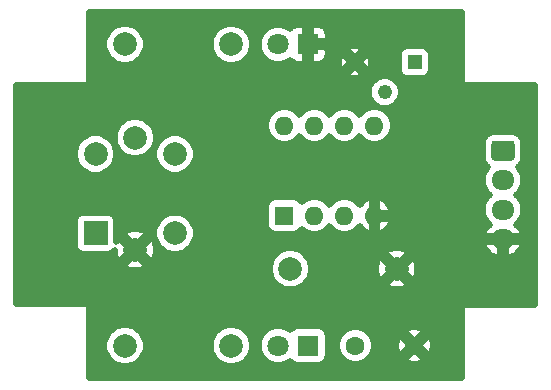
<source format=gbr>
G04 #@! TF.GenerationSoftware,KiCad,Pcbnew,5.1.10-88a1d61d58~90~ubuntu20.04.1*
G04 #@! TF.CreationDate,2022-01-16T12:27:32+00:00*
G04 #@! TF.ProjectId,gas_sensor,6761735f-7365-46e7-936f-722e6b696361,rev?*
G04 #@! TF.SameCoordinates,Original*
G04 #@! TF.FileFunction,Copper,L2,Bot*
G04 #@! TF.FilePolarity,Positive*
%FSLAX46Y46*%
G04 Gerber Fmt 4.6, Leading zero omitted, Abs format (unit mm)*
G04 Created by KiCad (PCBNEW 5.1.10-88a1d61d58~90~ubuntu20.04.1) date 2022-01-16 12:27:32*
%MOMM*%
%LPD*%
G01*
G04 APERTURE LIST*
G04 #@! TA.AperFunction,ComponentPad*
%ADD10C,2.000000*%
G04 #@! TD*
G04 #@! TA.AperFunction,ComponentPad*
%ADD11R,2.000000X2.000000*%
G04 #@! TD*
G04 #@! TA.AperFunction,ComponentPad*
%ADD12O,1.600000X1.600000*%
G04 #@! TD*
G04 #@! TA.AperFunction,ComponentPad*
%ADD13R,1.600000X1.600000*%
G04 #@! TD*
G04 #@! TA.AperFunction,ComponentPad*
%ADD14C,1.222000*%
G04 #@! TD*
G04 #@! TA.AperFunction,ComponentPad*
%ADD15R,1.222000X1.222000*%
G04 #@! TD*
G04 #@! TA.AperFunction,ComponentPad*
%ADD16O,1.950000X1.700000*%
G04 #@! TD*
G04 #@! TA.AperFunction,ComponentPad*
%ADD17R,1.800000X1.800000*%
G04 #@! TD*
G04 #@! TA.AperFunction,ComponentPad*
%ADD18C,1.800000*%
G04 #@! TD*
G04 #@! TA.AperFunction,ComponentPad*
%ADD19C,1.600000*%
G04 #@! TD*
G04 #@! TA.AperFunction,Conductor*
%ADD20C,0.500000*%
G04 #@! TD*
G04 #@! TA.AperFunction,Conductor*
%ADD21C,0.100000*%
G04 #@! TD*
G04 APERTURE END LIST*
D10*
X131500000Y-99780000D03*
X138220000Y-99780000D03*
X138220000Y-106500000D03*
D11*
X131500000Y-106500000D03*
D10*
X134860000Y-98390000D03*
X134860000Y-107890000D03*
D12*
X147500000Y-97380000D03*
X155120000Y-105000000D03*
X150040000Y-97380000D03*
X152580000Y-105000000D03*
X152580000Y-97380000D03*
X150040000Y-105000000D03*
X155120000Y-97380000D03*
D13*
X147500000Y-105000000D03*
D14*
X153460000Y-92000000D03*
X156000000Y-94540000D03*
D15*
X158540000Y-92000000D03*
D10*
X134000000Y-90500000D03*
X143000000Y-90500000D03*
X143000000Y-116000000D03*
X134000000Y-116000000D03*
X148000000Y-109500000D03*
X157000000Y-109500000D03*
D16*
X166000000Y-107000000D03*
X166000000Y-104500000D03*
X166000000Y-102000000D03*
G04 #@! TA.AperFunction,ComponentPad*
G36*
G01*
X165275000Y-98650000D02*
X166725000Y-98650000D01*
G75*
G02*
X166975000Y-98900000I0J-250000D01*
G01*
X166975000Y-100100000D01*
G75*
G02*
X166725000Y-100350000I-250000J0D01*
G01*
X165275000Y-100350000D01*
G75*
G02*
X165025000Y-100100000I0J250000D01*
G01*
X165025000Y-98900000D01*
G75*
G02*
X165275000Y-98650000I250000J0D01*
G01*
G37*
G04 #@! TD.AperFunction*
D17*
X149500000Y-90500000D03*
D18*
X146960000Y-90500000D03*
X146960000Y-116000000D03*
D17*
X149500000Y-116000000D03*
D19*
X158500000Y-116000000D03*
X153500000Y-116000000D03*
D20*
X162564000Y-93726000D02*
X162568804Y-93774773D01*
X162583030Y-93821671D01*
X162606133Y-93864893D01*
X162637223Y-93902777D01*
X162675107Y-93933867D01*
X162718329Y-93956970D01*
X162765227Y-93971196D01*
X162814000Y-93976000D01*
X168725001Y-93976000D01*
X168725000Y-112526000D01*
X162814000Y-112526000D01*
X162765227Y-112530804D01*
X162718329Y-112545030D01*
X162675107Y-112568133D01*
X162637223Y-112599223D01*
X162606133Y-112637107D01*
X162583030Y-112680329D01*
X162568804Y-112727227D01*
X162564000Y-112776000D01*
X162564000Y-118725000D01*
X130933000Y-118725000D01*
X130933000Y-115827640D01*
X132250000Y-115827640D01*
X132250000Y-116172360D01*
X132317251Y-116510456D01*
X132449170Y-116828936D01*
X132640686Y-117115560D01*
X132884440Y-117359314D01*
X133171064Y-117550830D01*
X133489544Y-117682749D01*
X133827640Y-117750000D01*
X134172360Y-117750000D01*
X134510456Y-117682749D01*
X134828936Y-117550830D01*
X135115560Y-117359314D01*
X135359314Y-117115560D01*
X135550830Y-116828936D01*
X135682749Y-116510456D01*
X135750000Y-116172360D01*
X135750000Y-115827640D01*
X141250000Y-115827640D01*
X141250000Y-116172360D01*
X141317251Y-116510456D01*
X141449170Y-116828936D01*
X141640686Y-117115560D01*
X141884440Y-117359314D01*
X142171064Y-117550830D01*
X142489544Y-117682749D01*
X142827640Y-117750000D01*
X143172360Y-117750000D01*
X143510456Y-117682749D01*
X143828936Y-117550830D01*
X144115560Y-117359314D01*
X144359314Y-117115560D01*
X144550830Y-116828936D01*
X144682749Y-116510456D01*
X144750000Y-116172360D01*
X144750000Y-115837489D01*
X145310000Y-115837489D01*
X145310000Y-116162511D01*
X145373408Y-116481287D01*
X145497789Y-116781568D01*
X145678361Y-117051814D01*
X145908186Y-117281639D01*
X146178432Y-117462211D01*
X146478713Y-117586592D01*
X146797489Y-117650000D01*
X147122511Y-117650000D01*
X147441287Y-117586592D01*
X147741568Y-117462211D01*
X147968901Y-117310312D01*
X147973381Y-117318693D01*
X148067105Y-117432895D01*
X148181307Y-117526619D01*
X148311599Y-117596261D01*
X148452974Y-117639147D01*
X148600000Y-117653628D01*
X150400000Y-117653628D01*
X150547026Y-117639147D01*
X150688401Y-117596261D01*
X150818693Y-117526619D01*
X150932895Y-117432895D01*
X151026619Y-117318693D01*
X151096261Y-117188401D01*
X151139147Y-117047026D01*
X151153628Y-116900000D01*
X151153628Y-115847338D01*
X151950000Y-115847338D01*
X151950000Y-116152662D01*
X152009565Y-116452118D01*
X152126408Y-116734200D01*
X152296036Y-116988068D01*
X152511932Y-117203964D01*
X152765800Y-117373592D01*
X153047882Y-117490435D01*
X153347338Y-117550000D01*
X153652662Y-117550000D01*
X153952118Y-117490435D01*
X154234200Y-117373592D01*
X154488068Y-117203964D01*
X154562785Y-117129247D01*
X157724306Y-117129247D01*
X157798649Y-117390653D01*
X158083429Y-117500758D01*
X158384216Y-117553190D01*
X158689454Y-117545935D01*
X158987411Y-117479270D01*
X159201351Y-117390653D01*
X159275694Y-117129247D01*
X158500000Y-116353553D01*
X157724306Y-117129247D01*
X154562785Y-117129247D01*
X154703964Y-116988068D01*
X154873592Y-116734200D01*
X154990435Y-116452118D01*
X155050000Y-116152662D01*
X155050000Y-115884216D01*
X156946810Y-115884216D01*
X156954065Y-116189454D01*
X157020730Y-116487411D01*
X157109347Y-116701351D01*
X157370753Y-116775694D01*
X158146447Y-116000000D01*
X158853553Y-116000000D01*
X159629247Y-116775694D01*
X159890653Y-116701351D01*
X160000758Y-116416571D01*
X160053190Y-116115784D01*
X160045935Y-115810546D01*
X159979270Y-115512589D01*
X159890653Y-115298649D01*
X159629247Y-115224306D01*
X158853553Y-116000000D01*
X158146447Y-116000000D01*
X157370753Y-115224306D01*
X157109347Y-115298649D01*
X156999242Y-115583429D01*
X156946810Y-115884216D01*
X155050000Y-115884216D01*
X155050000Y-115847338D01*
X154990435Y-115547882D01*
X154873592Y-115265800D01*
X154703964Y-115011932D01*
X154562785Y-114870753D01*
X157724306Y-114870753D01*
X158500000Y-115646447D01*
X159275694Y-114870753D01*
X159201351Y-114609347D01*
X158916571Y-114499242D01*
X158615784Y-114446810D01*
X158310546Y-114454065D01*
X158012589Y-114520730D01*
X157798649Y-114609347D01*
X157724306Y-114870753D01*
X154562785Y-114870753D01*
X154488068Y-114796036D01*
X154234200Y-114626408D01*
X153952118Y-114509565D01*
X153652662Y-114450000D01*
X153347338Y-114450000D01*
X153047882Y-114509565D01*
X152765800Y-114626408D01*
X152511932Y-114796036D01*
X152296036Y-115011932D01*
X152126408Y-115265800D01*
X152009565Y-115547882D01*
X151950000Y-115847338D01*
X151153628Y-115847338D01*
X151153628Y-115100000D01*
X151139147Y-114952974D01*
X151096261Y-114811599D01*
X151026619Y-114681307D01*
X150932895Y-114567105D01*
X150818693Y-114473381D01*
X150688401Y-114403739D01*
X150547026Y-114360853D01*
X150400000Y-114346372D01*
X148600000Y-114346372D01*
X148452974Y-114360853D01*
X148311599Y-114403739D01*
X148181307Y-114473381D01*
X148067105Y-114567105D01*
X147973381Y-114681307D01*
X147968901Y-114689688D01*
X147741568Y-114537789D01*
X147441287Y-114413408D01*
X147122511Y-114350000D01*
X146797489Y-114350000D01*
X146478713Y-114413408D01*
X146178432Y-114537789D01*
X145908186Y-114718361D01*
X145678361Y-114948186D01*
X145497789Y-115218432D01*
X145373408Y-115518713D01*
X145310000Y-115837489D01*
X144750000Y-115837489D01*
X144750000Y-115827640D01*
X144682749Y-115489544D01*
X144550830Y-115171064D01*
X144359314Y-114884440D01*
X144115560Y-114640686D01*
X143828936Y-114449170D01*
X143510456Y-114317251D01*
X143172360Y-114250000D01*
X142827640Y-114250000D01*
X142489544Y-114317251D01*
X142171064Y-114449170D01*
X141884440Y-114640686D01*
X141640686Y-114884440D01*
X141449170Y-115171064D01*
X141317251Y-115489544D01*
X141250000Y-115827640D01*
X135750000Y-115827640D01*
X135682749Y-115489544D01*
X135550830Y-115171064D01*
X135359314Y-114884440D01*
X135115560Y-114640686D01*
X134828936Y-114449170D01*
X134510456Y-114317251D01*
X134172360Y-114250000D01*
X133827640Y-114250000D01*
X133489544Y-114317251D01*
X133171064Y-114449170D01*
X132884440Y-114640686D01*
X132640686Y-114884440D01*
X132449170Y-115171064D01*
X132317251Y-115489544D01*
X132250000Y-115827640D01*
X130933000Y-115827640D01*
X130933000Y-112746457D01*
X130928196Y-112697684D01*
X130913970Y-112650786D01*
X130890867Y-112607564D01*
X130859777Y-112569680D01*
X130821893Y-112538590D01*
X130778671Y-112515487D01*
X130731773Y-112501261D01*
X130683000Y-112496457D01*
X124775000Y-112496457D01*
X124775000Y-109163463D01*
X133940091Y-109163463D01*
X134039152Y-109445127D01*
X134358313Y-109575385D01*
X134696755Y-109640875D01*
X135041470Y-109639080D01*
X135379212Y-109570068D01*
X135680848Y-109445127D01*
X135722168Y-109327640D01*
X146250000Y-109327640D01*
X146250000Y-109672360D01*
X146317251Y-110010456D01*
X146449170Y-110328936D01*
X146640686Y-110615560D01*
X146884440Y-110859314D01*
X147171064Y-111050830D01*
X147489544Y-111182749D01*
X147827640Y-111250000D01*
X148172360Y-111250000D01*
X148510456Y-111182749D01*
X148828936Y-111050830D01*
X149115560Y-110859314D01*
X149201411Y-110773463D01*
X156080091Y-110773463D01*
X156179152Y-111055127D01*
X156498313Y-111185385D01*
X156836755Y-111250875D01*
X157181470Y-111249080D01*
X157519212Y-111180068D01*
X157820848Y-111055127D01*
X157919909Y-110773463D01*
X157000000Y-109853553D01*
X156080091Y-110773463D01*
X149201411Y-110773463D01*
X149359314Y-110615560D01*
X149550830Y-110328936D01*
X149682749Y-110010456D01*
X149750000Y-109672360D01*
X149750000Y-109336755D01*
X155249125Y-109336755D01*
X155250920Y-109681470D01*
X155319932Y-110019212D01*
X155444873Y-110320848D01*
X155726537Y-110419909D01*
X156646447Y-109500000D01*
X157353553Y-109500000D01*
X158273463Y-110419909D01*
X158555127Y-110320848D01*
X158685385Y-110001687D01*
X158750875Y-109663245D01*
X158749080Y-109318530D01*
X158680068Y-108980788D01*
X158555127Y-108679152D01*
X158273463Y-108580091D01*
X157353553Y-109500000D01*
X156646447Y-109500000D01*
X155726537Y-108580091D01*
X155444873Y-108679152D01*
X155314615Y-108998313D01*
X155249125Y-109336755D01*
X149750000Y-109336755D01*
X149750000Y-109327640D01*
X149682749Y-108989544D01*
X149550830Y-108671064D01*
X149359314Y-108384440D01*
X149201411Y-108226537D01*
X156080091Y-108226537D01*
X157000000Y-109146447D01*
X157919909Y-108226537D01*
X157820848Y-107944873D01*
X157501687Y-107814615D01*
X157163245Y-107749125D01*
X156818530Y-107750920D01*
X156480788Y-107819932D01*
X156179152Y-107944873D01*
X156080091Y-108226537D01*
X149201411Y-108226537D01*
X149115560Y-108140686D01*
X148828936Y-107949170D01*
X148510456Y-107817251D01*
X148172360Y-107750000D01*
X147827640Y-107750000D01*
X147489544Y-107817251D01*
X147171064Y-107949170D01*
X146884440Y-108140686D01*
X146640686Y-108384440D01*
X146449170Y-108671064D01*
X146317251Y-108989544D01*
X146250000Y-109327640D01*
X135722168Y-109327640D01*
X135779909Y-109163463D01*
X134860000Y-108243553D01*
X133940091Y-109163463D01*
X124775000Y-109163463D01*
X124775000Y-105500000D01*
X129746372Y-105500000D01*
X129746372Y-107500000D01*
X129760853Y-107647026D01*
X129803739Y-107788401D01*
X129873381Y-107918693D01*
X129967105Y-108032895D01*
X130081307Y-108126619D01*
X130211599Y-108196261D01*
X130352974Y-108239147D01*
X130500000Y-108253628D01*
X132500000Y-108253628D01*
X132647026Y-108239147D01*
X132788401Y-108196261D01*
X132918693Y-108126619D01*
X133032895Y-108032895D01*
X133110228Y-107938665D01*
X133110920Y-108071470D01*
X133179932Y-108409212D01*
X133304873Y-108710848D01*
X133586537Y-108809909D01*
X134506447Y-107890000D01*
X135213553Y-107890000D01*
X136133463Y-108809909D01*
X136415127Y-108710848D01*
X136545385Y-108391687D01*
X136610875Y-108053245D01*
X136609080Y-107708530D01*
X136540068Y-107370788D01*
X136415127Y-107069152D01*
X136133463Y-106970091D01*
X135213553Y-107890000D01*
X134506447Y-107890000D01*
X133586537Y-106970091D01*
X133304873Y-107069152D01*
X133253628Y-107194714D01*
X133253628Y-106616537D01*
X133940091Y-106616537D01*
X134860000Y-107536447D01*
X135779909Y-106616537D01*
X135680848Y-106334873D01*
X135663126Y-106327640D01*
X136470000Y-106327640D01*
X136470000Y-106672360D01*
X136537251Y-107010456D01*
X136669170Y-107328936D01*
X136860686Y-107615560D01*
X137104440Y-107859314D01*
X137391064Y-108050830D01*
X137709544Y-108182749D01*
X138047640Y-108250000D01*
X138392360Y-108250000D01*
X138730456Y-108182749D01*
X139048936Y-108050830D01*
X139335560Y-107859314D01*
X139579314Y-107615560D01*
X139660442Y-107494143D01*
X164353217Y-107494143D01*
X164378529Y-107552238D01*
X164515020Y-107833574D01*
X164703774Y-108082876D01*
X164937537Y-108290564D01*
X165207327Y-108448656D01*
X165502775Y-108551077D01*
X165750000Y-108402709D01*
X165750000Y-107250000D01*
X166250000Y-107250000D01*
X166250000Y-108402709D01*
X166497225Y-108551077D01*
X166792673Y-108448656D01*
X167062463Y-108290564D01*
X167296226Y-108082876D01*
X167484980Y-107833574D01*
X167621471Y-107552238D01*
X167646783Y-107494143D01*
X167515200Y-107250000D01*
X166250000Y-107250000D01*
X165750000Y-107250000D01*
X164484800Y-107250000D01*
X164353217Y-107494143D01*
X139660442Y-107494143D01*
X139770830Y-107328936D01*
X139902749Y-107010456D01*
X139970000Y-106672360D01*
X139970000Y-106327640D01*
X139902749Y-105989544D01*
X139770830Y-105671064D01*
X139579314Y-105384440D01*
X139335560Y-105140686D01*
X139048936Y-104949170D01*
X138730456Y-104817251D01*
X138392360Y-104750000D01*
X138047640Y-104750000D01*
X137709544Y-104817251D01*
X137391064Y-104949170D01*
X137104440Y-105140686D01*
X136860686Y-105384440D01*
X136669170Y-105671064D01*
X136537251Y-105989544D01*
X136470000Y-106327640D01*
X135663126Y-106327640D01*
X135361687Y-106204615D01*
X135023245Y-106139125D01*
X134678530Y-106140920D01*
X134340788Y-106209932D01*
X134039152Y-106334873D01*
X133940091Y-106616537D01*
X133253628Y-106616537D01*
X133253628Y-105500000D01*
X133239147Y-105352974D01*
X133196261Y-105211599D01*
X133126619Y-105081307D01*
X133032895Y-104967105D01*
X132918693Y-104873381D01*
X132788401Y-104803739D01*
X132647026Y-104760853D01*
X132500000Y-104746372D01*
X130500000Y-104746372D01*
X130352974Y-104760853D01*
X130211599Y-104803739D01*
X130081307Y-104873381D01*
X129967105Y-104967105D01*
X129873381Y-105081307D01*
X129803739Y-105211599D01*
X129760853Y-105352974D01*
X129746372Y-105500000D01*
X124775000Y-105500000D01*
X124775000Y-104200000D01*
X145946372Y-104200000D01*
X145946372Y-105800000D01*
X145960853Y-105947026D01*
X146003739Y-106088401D01*
X146073381Y-106218693D01*
X146167105Y-106332895D01*
X146281307Y-106426619D01*
X146411599Y-106496261D01*
X146552974Y-106539147D01*
X146700000Y-106553628D01*
X148300000Y-106553628D01*
X148447026Y-106539147D01*
X148588401Y-106496261D01*
X148718693Y-106426619D01*
X148832895Y-106332895D01*
X148926619Y-106218693D01*
X148975399Y-106127431D01*
X149051932Y-106203964D01*
X149305800Y-106373592D01*
X149587882Y-106490435D01*
X149887338Y-106550000D01*
X150192662Y-106550000D01*
X150492118Y-106490435D01*
X150774200Y-106373592D01*
X151028068Y-106203964D01*
X151243964Y-105988068D01*
X151310000Y-105889237D01*
X151376036Y-105988068D01*
X151591932Y-106203964D01*
X151845800Y-106373592D01*
X152127882Y-106490435D01*
X152427338Y-106550000D01*
X152732662Y-106550000D01*
X153032118Y-106490435D01*
X153314200Y-106373592D01*
X153568068Y-106203964D01*
X153783964Y-105988068D01*
X153854655Y-105882271D01*
X153946328Y-106012434D01*
X154166396Y-106221952D01*
X154423110Y-106384511D01*
X154633779Y-106471764D01*
X154870000Y-106339368D01*
X154870000Y-105250000D01*
X155370000Y-105250000D01*
X155370000Y-106339368D01*
X155606221Y-106471764D01*
X155816890Y-106384511D01*
X156073604Y-106221952D01*
X156293672Y-106012434D01*
X156468636Y-105764008D01*
X156591773Y-105486222D01*
X156462215Y-105250000D01*
X155370000Y-105250000D01*
X154870000Y-105250000D01*
X154850000Y-105250000D01*
X154850000Y-104750000D01*
X154870000Y-104750000D01*
X154870000Y-103660632D01*
X155370000Y-103660632D01*
X155370000Y-104750000D01*
X156462215Y-104750000D01*
X156591773Y-104513778D01*
X156468636Y-104235992D01*
X156293672Y-103987566D01*
X156073604Y-103778048D01*
X155816890Y-103615489D01*
X155606221Y-103528236D01*
X155370000Y-103660632D01*
X154870000Y-103660632D01*
X154633779Y-103528236D01*
X154423110Y-103615489D01*
X154166396Y-103778048D01*
X153946328Y-103987566D01*
X153854655Y-104117729D01*
X153783964Y-104011932D01*
X153568068Y-103796036D01*
X153314200Y-103626408D01*
X153032118Y-103509565D01*
X152732662Y-103450000D01*
X152427338Y-103450000D01*
X152127882Y-103509565D01*
X151845800Y-103626408D01*
X151591932Y-103796036D01*
X151376036Y-104011932D01*
X151310000Y-104110763D01*
X151243964Y-104011932D01*
X151028068Y-103796036D01*
X150774200Y-103626408D01*
X150492118Y-103509565D01*
X150192662Y-103450000D01*
X149887338Y-103450000D01*
X149587882Y-103509565D01*
X149305800Y-103626408D01*
X149051932Y-103796036D01*
X148975399Y-103872569D01*
X148926619Y-103781307D01*
X148832895Y-103667105D01*
X148718693Y-103573381D01*
X148588401Y-103503739D01*
X148447026Y-103460853D01*
X148300000Y-103446372D01*
X146700000Y-103446372D01*
X146552974Y-103460853D01*
X146411599Y-103503739D01*
X146281307Y-103573381D01*
X146167105Y-103667105D01*
X146073381Y-103781307D01*
X146003739Y-103911599D01*
X145960853Y-104052974D01*
X145946372Y-104200000D01*
X124775000Y-104200000D01*
X124775000Y-102000000D01*
X164267259Y-102000000D01*
X164298151Y-102313655D01*
X164389641Y-102615256D01*
X164538212Y-102893213D01*
X164738155Y-103136845D01*
X164876035Y-103250000D01*
X164738155Y-103363155D01*
X164538212Y-103606787D01*
X164389641Y-103884744D01*
X164298151Y-104186345D01*
X164267259Y-104500000D01*
X164298151Y-104813655D01*
X164389641Y-105115256D01*
X164538212Y-105393213D01*
X164738155Y-105636845D01*
X164884272Y-105756760D01*
X164703774Y-105917124D01*
X164515020Y-106166426D01*
X164378529Y-106447762D01*
X164353217Y-106505857D01*
X164484800Y-106750000D01*
X165750000Y-106750000D01*
X165750000Y-106730000D01*
X166250000Y-106730000D01*
X166250000Y-106750000D01*
X167515200Y-106750000D01*
X167646783Y-106505857D01*
X167621471Y-106447762D01*
X167484980Y-106166426D01*
X167296226Y-105917124D01*
X167115728Y-105756760D01*
X167261845Y-105636845D01*
X167461788Y-105393213D01*
X167610359Y-105115256D01*
X167701849Y-104813655D01*
X167732741Y-104500000D01*
X167701849Y-104186345D01*
X167610359Y-103884744D01*
X167461788Y-103606787D01*
X167261845Y-103363155D01*
X167123965Y-103250000D01*
X167261845Y-103136845D01*
X167461788Y-102893213D01*
X167610359Y-102615256D01*
X167701849Y-102313655D01*
X167732741Y-102000000D01*
X167701849Y-101686345D01*
X167610359Y-101384744D01*
X167461788Y-101106787D01*
X167305172Y-100915950D01*
X167434672Y-100809672D01*
X167559486Y-100657586D01*
X167652231Y-100484072D01*
X167709344Y-100295798D01*
X167728628Y-100100000D01*
X167728628Y-98900000D01*
X167709344Y-98704202D01*
X167652231Y-98515928D01*
X167559486Y-98342414D01*
X167434672Y-98190328D01*
X167282586Y-98065514D01*
X167109072Y-97972769D01*
X166920798Y-97915656D01*
X166725000Y-97896372D01*
X165275000Y-97896372D01*
X165079202Y-97915656D01*
X164890928Y-97972769D01*
X164717414Y-98065514D01*
X164565328Y-98190328D01*
X164440514Y-98342414D01*
X164347769Y-98515928D01*
X164290656Y-98704202D01*
X164271372Y-98900000D01*
X164271372Y-100100000D01*
X164290656Y-100295798D01*
X164347769Y-100484072D01*
X164440514Y-100657586D01*
X164565328Y-100809672D01*
X164694828Y-100915950D01*
X164538212Y-101106787D01*
X164389641Y-101384744D01*
X164298151Y-101686345D01*
X164267259Y-102000000D01*
X124775000Y-102000000D01*
X124775000Y-99607640D01*
X129750000Y-99607640D01*
X129750000Y-99952360D01*
X129817251Y-100290456D01*
X129949170Y-100608936D01*
X130140686Y-100895560D01*
X130384440Y-101139314D01*
X130671064Y-101330830D01*
X130989544Y-101462749D01*
X131327640Y-101530000D01*
X131672360Y-101530000D01*
X132010456Y-101462749D01*
X132328936Y-101330830D01*
X132615560Y-101139314D01*
X132859314Y-100895560D01*
X133050830Y-100608936D01*
X133182749Y-100290456D01*
X133250000Y-99952360D01*
X133250000Y-99607640D01*
X133182749Y-99269544D01*
X133050830Y-98951064D01*
X132859314Y-98664440D01*
X132615560Y-98420686D01*
X132328936Y-98229170D01*
X132301101Y-98217640D01*
X133110000Y-98217640D01*
X133110000Y-98562360D01*
X133177251Y-98900456D01*
X133309170Y-99218936D01*
X133500686Y-99505560D01*
X133744440Y-99749314D01*
X134031064Y-99940830D01*
X134349544Y-100072749D01*
X134687640Y-100140000D01*
X135032360Y-100140000D01*
X135370456Y-100072749D01*
X135688936Y-99940830D01*
X135975560Y-99749314D01*
X136117234Y-99607640D01*
X136470000Y-99607640D01*
X136470000Y-99952360D01*
X136537251Y-100290456D01*
X136669170Y-100608936D01*
X136860686Y-100895560D01*
X137104440Y-101139314D01*
X137391064Y-101330830D01*
X137709544Y-101462749D01*
X138047640Y-101530000D01*
X138392360Y-101530000D01*
X138730456Y-101462749D01*
X139048936Y-101330830D01*
X139335560Y-101139314D01*
X139579314Y-100895560D01*
X139770830Y-100608936D01*
X139902749Y-100290456D01*
X139970000Y-99952360D01*
X139970000Y-99607640D01*
X139902749Y-99269544D01*
X139770830Y-98951064D01*
X139579314Y-98664440D01*
X139335560Y-98420686D01*
X139048936Y-98229170D01*
X138730456Y-98097251D01*
X138392360Y-98030000D01*
X138047640Y-98030000D01*
X137709544Y-98097251D01*
X137391064Y-98229170D01*
X137104440Y-98420686D01*
X136860686Y-98664440D01*
X136669170Y-98951064D01*
X136537251Y-99269544D01*
X136470000Y-99607640D01*
X136117234Y-99607640D01*
X136219314Y-99505560D01*
X136410830Y-99218936D01*
X136542749Y-98900456D01*
X136610000Y-98562360D01*
X136610000Y-98217640D01*
X136542749Y-97879544D01*
X136410830Y-97561064D01*
X136219314Y-97274440D01*
X136172212Y-97227338D01*
X145950000Y-97227338D01*
X145950000Y-97532662D01*
X146009565Y-97832118D01*
X146126408Y-98114200D01*
X146296036Y-98368068D01*
X146511932Y-98583964D01*
X146765800Y-98753592D01*
X147047882Y-98870435D01*
X147347338Y-98930000D01*
X147652662Y-98930000D01*
X147952118Y-98870435D01*
X148234200Y-98753592D01*
X148488068Y-98583964D01*
X148703964Y-98368068D01*
X148770000Y-98269237D01*
X148836036Y-98368068D01*
X149051932Y-98583964D01*
X149305800Y-98753592D01*
X149587882Y-98870435D01*
X149887338Y-98930000D01*
X150192662Y-98930000D01*
X150492118Y-98870435D01*
X150774200Y-98753592D01*
X151028068Y-98583964D01*
X151243964Y-98368068D01*
X151310000Y-98269237D01*
X151376036Y-98368068D01*
X151591932Y-98583964D01*
X151845800Y-98753592D01*
X152127882Y-98870435D01*
X152427338Y-98930000D01*
X152732662Y-98930000D01*
X153032118Y-98870435D01*
X153314200Y-98753592D01*
X153568068Y-98583964D01*
X153783964Y-98368068D01*
X153850000Y-98269237D01*
X153916036Y-98368068D01*
X154131932Y-98583964D01*
X154385800Y-98753592D01*
X154667882Y-98870435D01*
X154967338Y-98930000D01*
X155272662Y-98930000D01*
X155572118Y-98870435D01*
X155854200Y-98753592D01*
X156108068Y-98583964D01*
X156323964Y-98368068D01*
X156493592Y-98114200D01*
X156610435Y-97832118D01*
X156670000Y-97532662D01*
X156670000Y-97227338D01*
X156610435Y-96927882D01*
X156493592Y-96645800D01*
X156323964Y-96391932D01*
X156108068Y-96176036D01*
X155854200Y-96006408D01*
X155572118Y-95889565D01*
X155272662Y-95830000D01*
X154967338Y-95830000D01*
X154667882Y-95889565D01*
X154385800Y-96006408D01*
X154131932Y-96176036D01*
X153916036Y-96391932D01*
X153850000Y-96490763D01*
X153783964Y-96391932D01*
X153568068Y-96176036D01*
X153314200Y-96006408D01*
X153032118Y-95889565D01*
X152732662Y-95830000D01*
X152427338Y-95830000D01*
X152127882Y-95889565D01*
X151845800Y-96006408D01*
X151591932Y-96176036D01*
X151376036Y-96391932D01*
X151310000Y-96490763D01*
X151243964Y-96391932D01*
X151028068Y-96176036D01*
X150774200Y-96006408D01*
X150492118Y-95889565D01*
X150192662Y-95830000D01*
X149887338Y-95830000D01*
X149587882Y-95889565D01*
X149305800Y-96006408D01*
X149051932Y-96176036D01*
X148836036Y-96391932D01*
X148770000Y-96490763D01*
X148703964Y-96391932D01*
X148488068Y-96176036D01*
X148234200Y-96006408D01*
X147952118Y-95889565D01*
X147652662Y-95830000D01*
X147347338Y-95830000D01*
X147047882Y-95889565D01*
X146765800Y-96006408D01*
X146511932Y-96176036D01*
X146296036Y-96391932D01*
X146126408Y-96645800D01*
X146009565Y-96927882D01*
X145950000Y-97227338D01*
X136172212Y-97227338D01*
X135975560Y-97030686D01*
X135688936Y-96839170D01*
X135370456Y-96707251D01*
X135032360Y-96640000D01*
X134687640Y-96640000D01*
X134349544Y-96707251D01*
X134031064Y-96839170D01*
X133744440Y-97030686D01*
X133500686Y-97274440D01*
X133309170Y-97561064D01*
X133177251Y-97879544D01*
X133110000Y-98217640D01*
X132301101Y-98217640D01*
X132010456Y-98097251D01*
X131672360Y-98030000D01*
X131327640Y-98030000D01*
X130989544Y-98097251D01*
X130671064Y-98229170D01*
X130384440Y-98420686D01*
X130140686Y-98664440D01*
X129949170Y-98951064D01*
X129817251Y-99269544D01*
X129750000Y-99607640D01*
X124775000Y-99607640D01*
X124775000Y-94405953D01*
X154639000Y-94405953D01*
X154639000Y-94674047D01*
X154691303Y-94936989D01*
X154793898Y-95184675D01*
X154942842Y-95407587D01*
X155132413Y-95597158D01*
X155355325Y-95746102D01*
X155603011Y-95848697D01*
X155865953Y-95901000D01*
X156134047Y-95901000D01*
X156396989Y-95848697D01*
X156644675Y-95746102D01*
X156867587Y-95597158D01*
X157057158Y-95407587D01*
X157206102Y-95184675D01*
X157308697Y-94936989D01*
X157361000Y-94674047D01*
X157361000Y-94405953D01*
X157308697Y-94143011D01*
X157206102Y-93895325D01*
X157057158Y-93672413D01*
X156867587Y-93482842D01*
X156644675Y-93333898D01*
X156396989Y-93231303D01*
X156134047Y-93179000D01*
X155865953Y-93179000D01*
X155603011Y-93231303D01*
X155355325Y-93333898D01*
X155132413Y-93482842D01*
X154942842Y-93672413D01*
X154793898Y-93895325D01*
X154691303Y-94143011D01*
X154639000Y-94405953D01*
X124775000Y-94405953D01*
X124775000Y-93976000D01*
X130683000Y-93976000D01*
X130731773Y-93971196D01*
X130778671Y-93956970D01*
X130821893Y-93933867D01*
X130859777Y-93902777D01*
X130890867Y-93864893D01*
X130913970Y-93821671D01*
X130928196Y-93774773D01*
X130933000Y-93726000D01*
X130933000Y-92992283D01*
X152821270Y-92992283D01*
X152871953Y-93234702D01*
X153124131Y-93325700D01*
X153389215Y-93365752D01*
X153657020Y-93353319D01*
X153917253Y-93288879D01*
X154048047Y-93234702D01*
X154098730Y-92992283D01*
X153460000Y-92353553D01*
X152821270Y-92992283D01*
X130933000Y-92992283D01*
X130933000Y-90327640D01*
X132250000Y-90327640D01*
X132250000Y-90672360D01*
X132317251Y-91010456D01*
X132449170Y-91328936D01*
X132640686Y-91615560D01*
X132884440Y-91859314D01*
X133171064Y-92050830D01*
X133489544Y-92182749D01*
X133827640Y-92250000D01*
X134172360Y-92250000D01*
X134510456Y-92182749D01*
X134828936Y-92050830D01*
X135115560Y-91859314D01*
X135359314Y-91615560D01*
X135550830Y-91328936D01*
X135682749Y-91010456D01*
X135750000Y-90672360D01*
X135750000Y-90327640D01*
X141250000Y-90327640D01*
X141250000Y-90672360D01*
X141317251Y-91010456D01*
X141449170Y-91328936D01*
X141640686Y-91615560D01*
X141884440Y-91859314D01*
X142171064Y-92050830D01*
X142489544Y-92182749D01*
X142827640Y-92250000D01*
X143172360Y-92250000D01*
X143510456Y-92182749D01*
X143828936Y-92050830D01*
X144115560Y-91859314D01*
X144359314Y-91615560D01*
X144550830Y-91328936D01*
X144682749Y-91010456D01*
X144750000Y-90672360D01*
X144750000Y-90337489D01*
X145310000Y-90337489D01*
X145310000Y-90662511D01*
X145373408Y-90981287D01*
X145497789Y-91281568D01*
X145678361Y-91551814D01*
X145908186Y-91781639D01*
X146178432Y-91962211D01*
X146478713Y-92086592D01*
X146797489Y-92150000D01*
X147122511Y-92150000D01*
X147441287Y-92086592D01*
X147741568Y-91962211D01*
X147968900Y-91810313D01*
X147973380Y-91818694D01*
X148067104Y-91932896D01*
X148181306Y-92026620D01*
X148311599Y-92096262D01*
X148452974Y-92139148D01*
X148600000Y-92153629D01*
X149062500Y-92150000D01*
X149250000Y-91962500D01*
X149250000Y-90750000D01*
X149750000Y-90750000D01*
X149750000Y-91962500D01*
X149937500Y-92150000D01*
X150400000Y-92153629D01*
X150547026Y-92139148D01*
X150688401Y-92096262D01*
X150818694Y-92026620D01*
X150932896Y-91932896D01*
X150935916Y-91929215D01*
X152094248Y-91929215D01*
X152106681Y-92197020D01*
X152171121Y-92457253D01*
X152225298Y-92588047D01*
X152467717Y-92638730D01*
X153106447Y-92000000D01*
X153813553Y-92000000D01*
X154452283Y-92638730D01*
X154694702Y-92588047D01*
X154785700Y-92335869D01*
X154825752Y-92070785D01*
X154813319Y-91802980D01*
X154748879Y-91542747D01*
X154694702Y-91411953D01*
X154584917Y-91389000D01*
X157175372Y-91389000D01*
X157175372Y-92611000D01*
X157189853Y-92758026D01*
X157232739Y-92899401D01*
X157302381Y-93029693D01*
X157396105Y-93143895D01*
X157510307Y-93237619D01*
X157640599Y-93307261D01*
X157781974Y-93350147D01*
X157929000Y-93364628D01*
X159151000Y-93364628D01*
X159298026Y-93350147D01*
X159439401Y-93307261D01*
X159569693Y-93237619D01*
X159683895Y-93143895D01*
X159777619Y-93029693D01*
X159847261Y-92899401D01*
X159890147Y-92758026D01*
X159904628Y-92611000D01*
X159904628Y-91389000D01*
X159890147Y-91241974D01*
X159847261Y-91100599D01*
X159777619Y-90970307D01*
X159683895Y-90856105D01*
X159569693Y-90762381D01*
X159439401Y-90692739D01*
X159298026Y-90649853D01*
X159151000Y-90635372D01*
X157929000Y-90635372D01*
X157781974Y-90649853D01*
X157640599Y-90692739D01*
X157510307Y-90762381D01*
X157396105Y-90856105D01*
X157302381Y-90970307D01*
X157232739Y-91100599D01*
X157189853Y-91241974D01*
X157175372Y-91389000D01*
X154584917Y-91389000D01*
X154452283Y-91361270D01*
X153813553Y-92000000D01*
X153106447Y-92000000D01*
X152467717Y-91361270D01*
X152225298Y-91411953D01*
X152134300Y-91664131D01*
X152094248Y-91929215D01*
X150935916Y-91929215D01*
X151026620Y-91818694D01*
X151096262Y-91688401D01*
X151139148Y-91547026D01*
X151153629Y-91400000D01*
X151150551Y-91007717D01*
X152821270Y-91007717D01*
X153460000Y-91646447D01*
X154098730Y-91007717D01*
X154048047Y-90765298D01*
X153795869Y-90674300D01*
X153530785Y-90634248D01*
X153262980Y-90646681D01*
X153002747Y-90711121D01*
X152871953Y-90765298D01*
X152821270Y-91007717D01*
X151150551Y-91007717D01*
X151150000Y-90937500D01*
X150962500Y-90750000D01*
X149750000Y-90750000D01*
X149250000Y-90750000D01*
X149230000Y-90750000D01*
X149230000Y-90250000D01*
X149250000Y-90250000D01*
X149250000Y-89037500D01*
X149750000Y-89037500D01*
X149750000Y-90250000D01*
X150962500Y-90250000D01*
X151150000Y-90062500D01*
X151153629Y-89600000D01*
X151139148Y-89452974D01*
X151096262Y-89311599D01*
X151026620Y-89181306D01*
X150932896Y-89067104D01*
X150818694Y-88973380D01*
X150688401Y-88903738D01*
X150547026Y-88860852D01*
X150400000Y-88846371D01*
X149937500Y-88850000D01*
X149750000Y-89037500D01*
X149250000Y-89037500D01*
X149062500Y-88850000D01*
X148600000Y-88846371D01*
X148452974Y-88860852D01*
X148311599Y-88903738D01*
X148181306Y-88973380D01*
X148067104Y-89067104D01*
X147973380Y-89181306D01*
X147968900Y-89189687D01*
X147741568Y-89037789D01*
X147441287Y-88913408D01*
X147122511Y-88850000D01*
X146797489Y-88850000D01*
X146478713Y-88913408D01*
X146178432Y-89037789D01*
X145908186Y-89218361D01*
X145678361Y-89448186D01*
X145497789Y-89718432D01*
X145373408Y-90018713D01*
X145310000Y-90337489D01*
X144750000Y-90337489D01*
X144750000Y-90327640D01*
X144682749Y-89989544D01*
X144550830Y-89671064D01*
X144359314Y-89384440D01*
X144115560Y-89140686D01*
X143828936Y-88949170D01*
X143510456Y-88817251D01*
X143172360Y-88750000D01*
X142827640Y-88750000D01*
X142489544Y-88817251D01*
X142171064Y-88949170D01*
X141884440Y-89140686D01*
X141640686Y-89384440D01*
X141449170Y-89671064D01*
X141317251Y-89989544D01*
X141250000Y-90327640D01*
X135750000Y-90327640D01*
X135682749Y-89989544D01*
X135550830Y-89671064D01*
X135359314Y-89384440D01*
X135115560Y-89140686D01*
X134828936Y-88949170D01*
X134510456Y-88817251D01*
X134172360Y-88750000D01*
X133827640Y-88750000D01*
X133489544Y-88817251D01*
X133171064Y-88949170D01*
X132884440Y-89140686D01*
X132640686Y-89384440D01*
X132449170Y-89671064D01*
X132317251Y-89989544D01*
X132250000Y-90327640D01*
X130933000Y-90327640D01*
X130933000Y-87775000D01*
X162564000Y-87775000D01*
X162564000Y-93726000D01*
G04 #@! TA.AperFunction,Conductor*
D21*
G36*
X162564000Y-93726000D02*
G01*
X162568804Y-93774773D01*
X162583030Y-93821671D01*
X162606133Y-93864893D01*
X162637223Y-93902777D01*
X162675107Y-93933867D01*
X162718329Y-93956970D01*
X162765227Y-93971196D01*
X162814000Y-93976000D01*
X168725001Y-93976000D01*
X168725000Y-112526000D01*
X162814000Y-112526000D01*
X162765227Y-112530804D01*
X162718329Y-112545030D01*
X162675107Y-112568133D01*
X162637223Y-112599223D01*
X162606133Y-112637107D01*
X162583030Y-112680329D01*
X162568804Y-112727227D01*
X162564000Y-112776000D01*
X162564000Y-118725000D01*
X130933000Y-118725000D01*
X130933000Y-115827640D01*
X132250000Y-115827640D01*
X132250000Y-116172360D01*
X132317251Y-116510456D01*
X132449170Y-116828936D01*
X132640686Y-117115560D01*
X132884440Y-117359314D01*
X133171064Y-117550830D01*
X133489544Y-117682749D01*
X133827640Y-117750000D01*
X134172360Y-117750000D01*
X134510456Y-117682749D01*
X134828936Y-117550830D01*
X135115560Y-117359314D01*
X135359314Y-117115560D01*
X135550830Y-116828936D01*
X135682749Y-116510456D01*
X135750000Y-116172360D01*
X135750000Y-115827640D01*
X141250000Y-115827640D01*
X141250000Y-116172360D01*
X141317251Y-116510456D01*
X141449170Y-116828936D01*
X141640686Y-117115560D01*
X141884440Y-117359314D01*
X142171064Y-117550830D01*
X142489544Y-117682749D01*
X142827640Y-117750000D01*
X143172360Y-117750000D01*
X143510456Y-117682749D01*
X143828936Y-117550830D01*
X144115560Y-117359314D01*
X144359314Y-117115560D01*
X144550830Y-116828936D01*
X144682749Y-116510456D01*
X144750000Y-116172360D01*
X144750000Y-115837489D01*
X145310000Y-115837489D01*
X145310000Y-116162511D01*
X145373408Y-116481287D01*
X145497789Y-116781568D01*
X145678361Y-117051814D01*
X145908186Y-117281639D01*
X146178432Y-117462211D01*
X146478713Y-117586592D01*
X146797489Y-117650000D01*
X147122511Y-117650000D01*
X147441287Y-117586592D01*
X147741568Y-117462211D01*
X147968901Y-117310312D01*
X147973381Y-117318693D01*
X148067105Y-117432895D01*
X148181307Y-117526619D01*
X148311599Y-117596261D01*
X148452974Y-117639147D01*
X148600000Y-117653628D01*
X150400000Y-117653628D01*
X150547026Y-117639147D01*
X150688401Y-117596261D01*
X150818693Y-117526619D01*
X150932895Y-117432895D01*
X151026619Y-117318693D01*
X151096261Y-117188401D01*
X151139147Y-117047026D01*
X151153628Y-116900000D01*
X151153628Y-115847338D01*
X151950000Y-115847338D01*
X151950000Y-116152662D01*
X152009565Y-116452118D01*
X152126408Y-116734200D01*
X152296036Y-116988068D01*
X152511932Y-117203964D01*
X152765800Y-117373592D01*
X153047882Y-117490435D01*
X153347338Y-117550000D01*
X153652662Y-117550000D01*
X153952118Y-117490435D01*
X154234200Y-117373592D01*
X154488068Y-117203964D01*
X154562785Y-117129247D01*
X157724306Y-117129247D01*
X157798649Y-117390653D01*
X158083429Y-117500758D01*
X158384216Y-117553190D01*
X158689454Y-117545935D01*
X158987411Y-117479270D01*
X159201351Y-117390653D01*
X159275694Y-117129247D01*
X158500000Y-116353553D01*
X157724306Y-117129247D01*
X154562785Y-117129247D01*
X154703964Y-116988068D01*
X154873592Y-116734200D01*
X154990435Y-116452118D01*
X155050000Y-116152662D01*
X155050000Y-115884216D01*
X156946810Y-115884216D01*
X156954065Y-116189454D01*
X157020730Y-116487411D01*
X157109347Y-116701351D01*
X157370753Y-116775694D01*
X158146447Y-116000000D01*
X158853553Y-116000000D01*
X159629247Y-116775694D01*
X159890653Y-116701351D01*
X160000758Y-116416571D01*
X160053190Y-116115784D01*
X160045935Y-115810546D01*
X159979270Y-115512589D01*
X159890653Y-115298649D01*
X159629247Y-115224306D01*
X158853553Y-116000000D01*
X158146447Y-116000000D01*
X157370753Y-115224306D01*
X157109347Y-115298649D01*
X156999242Y-115583429D01*
X156946810Y-115884216D01*
X155050000Y-115884216D01*
X155050000Y-115847338D01*
X154990435Y-115547882D01*
X154873592Y-115265800D01*
X154703964Y-115011932D01*
X154562785Y-114870753D01*
X157724306Y-114870753D01*
X158500000Y-115646447D01*
X159275694Y-114870753D01*
X159201351Y-114609347D01*
X158916571Y-114499242D01*
X158615784Y-114446810D01*
X158310546Y-114454065D01*
X158012589Y-114520730D01*
X157798649Y-114609347D01*
X157724306Y-114870753D01*
X154562785Y-114870753D01*
X154488068Y-114796036D01*
X154234200Y-114626408D01*
X153952118Y-114509565D01*
X153652662Y-114450000D01*
X153347338Y-114450000D01*
X153047882Y-114509565D01*
X152765800Y-114626408D01*
X152511932Y-114796036D01*
X152296036Y-115011932D01*
X152126408Y-115265800D01*
X152009565Y-115547882D01*
X151950000Y-115847338D01*
X151153628Y-115847338D01*
X151153628Y-115100000D01*
X151139147Y-114952974D01*
X151096261Y-114811599D01*
X151026619Y-114681307D01*
X150932895Y-114567105D01*
X150818693Y-114473381D01*
X150688401Y-114403739D01*
X150547026Y-114360853D01*
X150400000Y-114346372D01*
X148600000Y-114346372D01*
X148452974Y-114360853D01*
X148311599Y-114403739D01*
X148181307Y-114473381D01*
X148067105Y-114567105D01*
X147973381Y-114681307D01*
X147968901Y-114689688D01*
X147741568Y-114537789D01*
X147441287Y-114413408D01*
X147122511Y-114350000D01*
X146797489Y-114350000D01*
X146478713Y-114413408D01*
X146178432Y-114537789D01*
X145908186Y-114718361D01*
X145678361Y-114948186D01*
X145497789Y-115218432D01*
X145373408Y-115518713D01*
X145310000Y-115837489D01*
X144750000Y-115837489D01*
X144750000Y-115827640D01*
X144682749Y-115489544D01*
X144550830Y-115171064D01*
X144359314Y-114884440D01*
X144115560Y-114640686D01*
X143828936Y-114449170D01*
X143510456Y-114317251D01*
X143172360Y-114250000D01*
X142827640Y-114250000D01*
X142489544Y-114317251D01*
X142171064Y-114449170D01*
X141884440Y-114640686D01*
X141640686Y-114884440D01*
X141449170Y-115171064D01*
X141317251Y-115489544D01*
X141250000Y-115827640D01*
X135750000Y-115827640D01*
X135682749Y-115489544D01*
X135550830Y-115171064D01*
X135359314Y-114884440D01*
X135115560Y-114640686D01*
X134828936Y-114449170D01*
X134510456Y-114317251D01*
X134172360Y-114250000D01*
X133827640Y-114250000D01*
X133489544Y-114317251D01*
X133171064Y-114449170D01*
X132884440Y-114640686D01*
X132640686Y-114884440D01*
X132449170Y-115171064D01*
X132317251Y-115489544D01*
X132250000Y-115827640D01*
X130933000Y-115827640D01*
X130933000Y-112746457D01*
X130928196Y-112697684D01*
X130913970Y-112650786D01*
X130890867Y-112607564D01*
X130859777Y-112569680D01*
X130821893Y-112538590D01*
X130778671Y-112515487D01*
X130731773Y-112501261D01*
X130683000Y-112496457D01*
X124775000Y-112496457D01*
X124775000Y-109163463D01*
X133940091Y-109163463D01*
X134039152Y-109445127D01*
X134358313Y-109575385D01*
X134696755Y-109640875D01*
X135041470Y-109639080D01*
X135379212Y-109570068D01*
X135680848Y-109445127D01*
X135722168Y-109327640D01*
X146250000Y-109327640D01*
X146250000Y-109672360D01*
X146317251Y-110010456D01*
X146449170Y-110328936D01*
X146640686Y-110615560D01*
X146884440Y-110859314D01*
X147171064Y-111050830D01*
X147489544Y-111182749D01*
X147827640Y-111250000D01*
X148172360Y-111250000D01*
X148510456Y-111182749D01*
X148828936Y-111050830D01*
X149115560Y-110859314D01*
X149201411Y-110773463D01*
X156080091Y-110773463D01*
X156179152Y-111055127D01*
X156498313Y-111185385D01*
X156836755Y-111250875D01*
X157181470Y-111249080D01*
X157519212Y-111180068D01*
X157820848Y-111055127D01*
X157919909Y-110773463D01*
X157000000Y-109853553D01*
X156080091Y-110773463D01*
X149201411Y-110773463D01*
X149359314Y-110615560D01*
X149550830Y-110328936D01*
X149682749Y-110010456D01*
X149750000Y-109672360D01*
X149750000Y-109336755D01*
X155249125Y-109336755D01*
X155250920Y-109681470D01*
X155319932Y-110019212D01*
X155444873Y-110320848D01*
X155726537Y-110419909D01*
X156646447Y-109500000D01*
X157353553Y-109500000D01*
X158273463Y-110419909D01*
X158555127Y-110320848D01*
X158685385Y-110001687D01*
X158750875Y-109663245D01*
X158749080Y-109318530D01*
X158680068Y-108980788D01*
X158555127Y-108679152D01*
X158273463Y-108580091D01*
X157353553Y-109500000D01*
X156646447Y-109500000D01*
X155726537Y-108580091D01*
X155444873Y-108679152D01*
X155314615Y-108998313D01*
X155249125Y-109336755D01*
X149750000Y-109336755D01*
X149750000Y-109327640D01*
X149682749Y-108989544D01*
X149550830Y-108671064D01*
X149359314Y-108384440D01*
X149201411Y-108226537D01*
X156080091Y-108226537D01*
X157000000Y-109146447D01*
X157919909Y-108226537D01*
X157820848Y-107944873D01*
X157501687Y-107814615D01*
X157163245Y-107749125D01*
X156818530Y-107750920D01*
X156480788Y-107819932D01*
X156179152Y-107944873D01*
X156080091Y-108226537D01*
X149201411Y-108226537D01*
X149115560Y-108140686D01*
X148828936Y-107949170D01*
X148510456Y-107817251D01*
X148172360Y-107750000D01*
X147827640Y-107750000D01*
X147489544Y-107817251D01*
X147171064Y-107949170D01*
X146884440Y-108140686D01*
X146640686Y-108384440D01*
X146449170Y-108671064D01*
X146317251Y-108989544D01*
X146250000Y-109327640D01*
X135722168Y-109327640D01*
X135779909Y-109163463D01*
X134860000Y-108243553D01*
X133940091Y-109163463D01*
X124775000Y-109163463D01*
X124775000Y-105500000D01*
X129746372Y-105500000D01*
X129746372Y-107500000D01*
X129760853Y-107647026D01*
X129803739Y-107788401D01*
X129873381Y-107918693D01*
X129967105Y-108032895D01*
X130081307Y-108126619D01*
X130211599Y-108196261D01*
X130352974Y-108239147D01*
X130500000Y-108253628D01*
X132500000Y-108253628D01*
X132647026Y-108239147D01*
X132788401Y-108196261D01*
X132918693Y-108126619D01*
X133032895Y-108032895D01*
X133110228Y-107938665D01*
X133110920Y-108071470D01*
X133179932Y-108409212D01*
X133304873Y-108710848D01*
X133586537Y-108809909D01*
X134506447Y-107890000D01*
X135213553Y-107890000D01*
X136133463Y-108809909D01*
X136415127Y-108710848D01*
X136545385Y-108391687D01*
X136610875Y-108053245D01*
X136609080Y-107708530D01*
X136540068Y-107370788D01*
X136415127Y-107069152D01*
X136133463Y-106970091D01*
X135213553Y-107890000D01*
X134506447Y-107890000D01*
X133586537Y-106970091D01*
X133304873Y-107069152D01*
X133253628Y-107194714D01*
X133253628Y-106616537D01*
X133940091Y-106616537D01*
X134860000Y-107536447D01*
X135779909Y-106616537D01*
X135680848Y-106334873D01*
X135663126Y-106327640D01*
X136470000Y-106327640D01*
X136470000Y-106672360D01*
X136537251Y-107010456D01*
X136669170Y-107328936D01*
X136860686Y-107615560D01*
X137104440Y-107859314D01*
X137391064Y-108050830D01*
X137709544Y-108182749D01*
X138047640Y-108250000D01*
X138392360Y-108250000D01*
X138730456Y-108182749D01*
X139048936Y-108050830D01*
X139335560Y-107859314D01*
X139579314Y-107615560D01*
X139660442Y-107494143D01*
X164353217Y-107494143D01*
X164378529Y-107552238D01*
X164515020Y-107833574D01*
X164703774Y-108082876D01*
X164937537Y-108290564D01*
X165207327Y-108448656D01*
X165502775Y-108551077D01*
X165750000Y-108402709D01*
X165750000Y-107250000D01*
X166250000Y-107250000D01*
X166250000Y-108402709D01*
X166497225Y-108551077D01*
X166792673Y-108448656D01*
X167062463Y-108290564D01*
X167296226Y-108082876D01*
X167484980Y-107833574D01*
X167621471Y-107552238D01*
X167646783Y-107494143D01*
X167515200Y-107250000D01*
X166250000Y-107250000D01*
X165750000Y-107250000D01*
X164484800Y-107250000D01*
X164353217Y-107494143D01*
X139660442Y-107494143D01*
X139770830Y-107328936D01*
X139902749Y-107010456D01*
X139970000Y-106672360D01*
X139970000Y-106327640D01*
X139902749Y-105989544D01*
X139770830Y-105671064D01*
X139579314Y-105384440D01*
X139335560Y-105140686D01*
X139048936Y-104949170D01*
X138730456Y-104817251D01*
X138392360Y-104750000D01*
X138047640Y-104750000D01*
X137709544Y-104817251D01*
X137391064Y-104949170D01*
X137104440Y-105140686D01*
X136860686Y-105384440D01*
X136669170Y-105671064D01*
X136537251Y-105989544D01*
X136470000Y-106327640D01*
X135663126Y-106327640D01*
X135361687Y-106204615D01*
X135023245Y-106139125D01*
X134678530Y-106140920D01*
X134340788Y-106209932D01*
X134039152Y-106334873D01*
X133940091Y-106616537D01*
X133253628Y-106616537D01*
X133253628Y-105500000D01*
X133239147Y-105352974D01*
X133196261Y-105211599D01*
X133126619Y-105081307D01*
X133032895Y-104967105D01*
X132918693Y-104873381D01*
X132788401Y-104803739D01*
X132647026Y-104760853D01*
X132500000Y-104746372D01*
X130500000Y-104746372D01*
X130352974Y-104760853D01*
X130211599Y-104803739D01*
X130081307Y-104873381D01*
X129967105Y-104967105D01*
X129873381Y-105081307D01*
X129803739Y-105211599D01*
X129760853Y-105352974D01*
X129746372Y-105500000D01*
X124775000Y-105500000D01*
X124775000Y-104200000D01*
X145946372Y-104200000D01*
X145946372Y-105800000D01*
X145960853Y-105947026D01*
X146003739Y-106088401D01*
X146073381Y-106218693D01*
X146167105Y-106332895D01*
X146281307Y-106426619D01*
X146411599Y-106496261D01*
X146552974Y-106539147D01*
X146700000Y-106553628D01*
X148300000Y-106553628D01*
X148447026Y-106539147D01*
X148588401Y-106496261D01*
X148718693Y-106426619D01*
X148832895Y-106332895D01*
X148926619Y-106218693D01*
X148975399Y-106127431D01*
X149051932Y-106203964D01*
X149305800Y-106373592D01*
X149587882Y-106490435D01*
X149887338Y-106550000D01*
X150192662Y-106550000D01*
X150492118Y-106490435D01*
X150774200Y-106373592D01*
X151028068Y-106203964D01*
X151243964Y-105988068D01*
X151310000Y-105889237D01*
X151376036Y-105988068D01*
X151591932Y-106203964D01*
X151845800Y-106373592D01*
X152127882Y-106490435D01*
X152427338Y-106550000D01*
X152732662Y-106550000D01*
X153032118Y-106490435D01*
X153314200Y-106373592D01*
X153568068Y-106203964D01*
X153783964Y-105988068D01*
X153854655Y-105882271D01*
X153946328Y-106012434D01*
X154166396Y-106221952D01*
X154423110Y-106384511D01*
X154633779Y-106471764D01*
X154870000Y-106339368D01*
X154870000Y-105250000D01*
X155370000Y-105250000D01*
X155370000Y-106339368D01*
X155606221Y-106471764D01*
X155816890Y-106384511D01*
X156073604Y-106221952D01*
X156293672Y-106012434D01*
X156468636Y-105764008D01*
X156591773Y-105486222D01*
X156462215Y-105250000D01*
X155370000Y-105250000D01*
X154870000Y-105250000D01*
X154850000Y-105250000D01*
X154850000Y-104750000D01*
X154870000Y-104750000D01*
X154870000Y-103660632D01*
X155370000Y-103660632D01*
X155370000Y-104750000D01*
X156462215Y-104750000D01*
X156591773Y-104513778D01*
X156468636Y-104235992D01*
X156293672Y-103987566D01*
X156073604Y-103778048D01*
X155816890Y-103615489D01*
X155606221Y-103528236D01*
X155370000Y-103660632D01*
X154870000Y-103660632D01*
X154633779Y-103528236D01*
X154423110Y-103615489D01*
X154166396Y-103778048D01*
X153946328Y-103987566D01*
X153854655Y-104117729D01*
X153783964Y-104011932D01*
X153568068Y-103796036D01*
X153314200Y-103626408D01*
X153032118Y-103509565D01*
X152732662Y-103450000D01*
X152427338Y-103450000D01*
X152127882Y-103509565D01*
X151845800Y-103626408D01*
X151591932Y-103796036D01*
X151376036Y-104011932D01*
X151310000Y-104110763D01*
X151243964Y-104011932D01*
X151028068Y-103796036D01*
X150774200Y-103626408D01*
X150492118Y-103509565D01*
X150192662Y-103450000D01*
X149887338Y-103450000D01*
X149587882Y-103509565D01*
X149305800Y-103626408D01*
X149051932Y-103796036D01*
X148975399Y-103872569D01*
X148926619Y-103781307D01*
X148832895Y-103667105D01*
X148718693Y-103573381D01*
X148588401Y-103503739D01*
X148447026Y-103460853D01*
X148300000Y-103446372D01*
X146700000Y-103446372D01*
X146552974Y-103460853D01*
X146411599Y-103503739D01*
X146281307Y-103573381D01*
X146167105Y-103667105D01*
X146073381Y-103781307D01*
X146003739Y-103911599D01*
X145960853Y-104052974D01*
X145946372Y-104200000D01*
X124775000Y-104200000D01*
X124775000Y-102000000D01*
X164267259Y-102000000D01*
X164298151Y-102313655D01*
X164389641Y-102615256D01*
X164538212Y-102893213D01*
X164738155Y-103136845D01*
X164876035Y-103250000D01*
X164738155Y-103363155D01*
X164538212Y-103606787D01*
X164389641Y-103884744D01*
X164298151Y-104186345D01*
X164267259Y-104500000D01*
X164298151Y-104813655D01*
X164389641Y-105115256D01*
X164538212Y-105393213D01*
X164738155Y-105636845D01*
X164884272Y-105756760D01*
X164703774Y-105917124D01*
X164515020Y-106166426D01*
X164378529Y-106447762D01*
X164353217Y-106505857D01*
X164484800Y-106750000D01*
X165750000Y-106750000D01*
X165750000Y-106730000D01*
X166250000Y-106730000D01*
X166250000Y-106750000D01*
X167515200Y-106750000D01*
X167646783Y-106505857D01*
X167621471Y-106447762D01*
X167484980Y-106166426D01*
X167296226Y-105917124D01*
X167115728Y-105756760D01*
X167261845Y-105636845D01*
X167461788Y-105393213D01*
X167610359Y-105115256D01*
X167701849Y-104813655D01*
X167732741Y-104500000D01*
X167701849Y-104186345D01*
X167610359Y-103884744D01*
X167461788Y-103606787D01*
X167261845Y-103363155D01*
X167123965Y-103250000D01*
X167261845Y-103136845D01*
X167461788Y-102893213D01*
X167610359Y-102615256D01*
X167701849Y-102313655D01*
X167732741Y-102000000D01*
X167701849Y-101686345D01*
X167610359Y-101384744D01*
X167461788Y-101106787D01*
X167305172Y-100915950D01*
X167434672Y-100809672D01*
X167559486Y-100657586D01*
X167652231Y-100484072D01*
X167709344Y-100295798D01*
X167728628Y-100100000D01*
X167728628Y-98900000D01*
X167709344Y-98704202D01*
X167652231Y-98515928D01*
X167559486Y-98342414D01*
X167434672Y-98190328D01*
X167282586Y-98065514D01*
X167109072Y-97972769D01*
X166920798Y-97915656D01*
X166725000Y-97896372D01*
X165275000Y-97896372D01*
X165079202Y-97915656D01*
X164890928Y-97972769D01*
X164717414Y-98065514D01*
X164565328Y-98190328D01*
X164440514Y-98342414D01*
X164347769Y-98515928D01*
X164290656Y-98704202D01*
X164271372Y-98900000D01*
X164271372Y-100100000D01*
X164290656Y-100295798D01*
X164347769Y-100484072D01*
X164440514Y-100657586D01*
X164565328Y-100809672D01*
X164694828Y-100915950D01*
X164538212Y-101106787D01*
X164389641Y-101384744D01*
X164298151Y-101686345D01*
X164267259Y-102000000D01*
X124775000Y-102000000D01*
X124775000Y-99607640D01*
X129750000Y-99607640D01*
X129750000Y-99952360D01*
X129817251Y-100290456D01*
X129949170Y-100608936D01*
X130140686Y-100895560D01*
X130384440Y-101139314D01*
X130671064Y-101330830D01*
X130989544Y-101462749D01*
X131327640Y-101530000D01*
X131672360Y-101530000D01*
X132010456Y-101462749D01*
X132328936Y-101330830D01*
X132615560Y-101139314D01*
X132859314Y-100895560D01*
X133050830Y-100608936D01*
X133182749Y-100290456D01*
X133250000Y-99952360D01*
X133250000Y-99607640D01*
X133182749Y-99269544D01*
X133050830Y-98951064D01*
X132859314Y-98664440D01*
X132615560Y-98420686D01*
X132328936Y-98229170D01*
X132301101Y-98217640D01*
X133110000Y-98217640D01*
X133110000Y-98562360D01*
X133177251Y-98900456D01*
X133309170Y-99218936D01*
X133500686Y-99505560D01*
X133744440Y-99749314D01*
X134031064Y-99940830D01*
X134349544Y-100072749D01*
X134687640Y-100140000D01*
X135032360Y-100140000D01*
X135370456Y-100072749D01*
X135688936Y-99940830D01*
X135975560Y-99749314D01*
X136117234Y-99607640D01*
X136470000Y-99607640D01*
X136470000Y-99952360D01*
X136537251Y-100290456D01*
X136669170Y-100608936D01*
X136860686Y-100895560D01*
X137104440Y-101139314D01*
X137391064Y-101330830D01*
X137709544Y-101462749D01*
X138047640Y-101530000D01*
X138392360Y-101530000D01*
X138730456Y-101462749D01*
X139048936Y-101330830D01*
X139335560Y-101139314D01*
X139579314Y-100895560D01*
X139770830Y-100608936D01*
X139902749Y-100290456D01*
X139970000Y-99952360D01*
X139970000Y-99607640D01*
X139902749Y-99269544D01*
X139770830Y-98951064D01*
X139579314Y-98664440D01*
X139335560Y-98420686D01*
X139048936Y-98229170D01*
X138730456Y-98097251D01*
X138392360Y-98030000D01*
X138047640Y-98030000D01*
X137709544Y-98097251D01*
X137391064Y-98229170D01*
X137104440Y-98420686D01*
X136860686Y-98664440D01*
X136669170Y-98951064D01*
X136537251Y-99269544D01*
X136470000Y-99607640D01*
X136117234Y-99607640D01*
X136219314Y-99505560D01*
X136410830Y-99218936D01*
X136542749Y-98900456D01*
X136610000Y-98562360D01*
X136610000Y-98217640D01*
X136542749Y-97879544D01*
X136410830Y-97561064D01*
X136219314Y-97274440D01*
X136172212Y-97227338D01*
X145950000Y-97227338D01*
X145950000Y-97532662D01*
X146009565Y-97832118D01*
X146126408Y-98114200D01*
X146296036Y-98368068D01*
X146511932Y-98583964D01*
X146765800Y-98753592D01*
X147047882Y-98870435D01*
X147347338Y-98930000D01*
X147652662Y-98930000D01*
X147952118Y-98870435D01*
X148234200Y-98753592D01*
X148488068Y-98583964D01*
X148703964Y-98368068D01*
X148770000Y-98269237D01*
X148836036Y-98368068D01*
X149051932Y-98583964D01*
X149305800Y-98753592D01*
X149587882Y-98870435D01*
X149887338Y-98930000D01*
X150192662Y-98930000D01*
X150492118Y-98870435D01*
X150774200Y-98753592D01*
X151028068Y-98583964D01*
X151243964Y-98368068D01*
X151310000Y-98269237D01*
X151376036Y-98368068D01*
X151591932Y-98583964D01*
X151845800Y-98753592D01*
X152127882Y-98870435D01*
X152427338Y-98930000D01*
X152732662Y-98930000D01*
X153032118Y-98870435D01*
X153314200Y-98753592D01*
X153568068Y-98583964D01*
X153783964Y-98368068D01*
X153850000Y-98269237D01*
X153916036Y-98368068D01*
X154131932Y-98583964D01*
X154385800Y-98753592D01*
X154667882Y-98870435D01*
X154967338Y-98930000D01*
X155272662Y-98930000D01*
X155572118Y-98870435D01*
X155854200Y-98753592D01*
X156108068Y-98583964D01*
X156323964Y-98368068D01*
X156493592Y-98114200D01*
X156610435Y-97832118D01*
X156670000Y-97532662D01*
X156670000Y-97227338D01*
X156610435Y-96927882D01*
X156493592Y-96645800D01*
X156323964Y-96391932D01*
X156108068Y-96176036D01*
X155854200Y-96006408D01*
X155572118Y-95889565D01*
X155272662Y-95830000D01*
X154967338Y-95830000D01*
X154667882Y-95889565D01*
X154385800Y-96006408D01*
X154131932Y-96176036D01*
X153916036Y-96391932D01*
X153850000Y-96490763D01*
X153783964Y-96391932D01*
X153568068Y-96176036D01*
X153314200Y-96006408D01*
X153032118Y-95889565D01*
X152732662Y-95830000D01*
X152427338Y-95830000D01*
X152127882Y-95889565D01*
X151845800Y-96006408D01*
X151591932Y-96176036D01*
X151376036Y-96391932D01*
X151310000Y-96490763D01*
X151243964Y-96391932D01*
X151028068Y-96176036D01*
X150774200Y-96006408D01*
X150492118Y-95889565D01*
X150192662Y-95830000D01*
X149887338Y-95830000D01*
X149587882Y-95889565D01*
X149305800Y-96006408D01*
X149051932Y-96176036D01*
X148836036Y-96391932D01*
X148770000Y-96490763D01*
X148703964Y-96391932D01*
X148488068Y-96176036D01*
X148234200Y-96006408D01*
X147952118Y-95889565D01*
X147652662Y-95830000D01*
X147347338Y-95830000D01*
X147047882Y-95889565D01*
X146765800Y-96006408D01*
X146511932Y-96176036D01*
X146296036Y-96391932D01*
X146126408Y-96645800D01*
X146009565Y-96927882D01*
X145950000Y-97227338D01*
X136172212Y-97227338D01*
X135975560Y-97030686D01*
X135688936Y-96839170D01*
X135370456Y-96707251D01*
X135032360Y-96640000D01*
X134687640Y-96640000D01*
X134349544Y-96707251D01*
X134031064Y-96839170D01*
X133744440Y-97030686D01*
X133500686Y-97274440D01*
X133309170Y-97561064D01*
X133177251Y-97879544D01*
X133110000Y-98217640D01*
X132301101Y-98217640D01*
X132010456Y-98097251D01*
X131672360Y-98030000D01*
X131327640Y-98030000D01*
X130989544Y-98097251D01*
X130671064Y-98229170D01*
X130384440Y-98420686D01*
X130140686Y-98664440D01*
X129949170Y-98951064D01*
X129817251Y-99269544D01*
X129750000Y-99607640D01*
X124775000Y-99607640D01*
X124775000Y-94405953D01*
X154639000Y-94405953D01*
X154639000Y-94674047D01*
X154691303Y-94936989D01*
X154793898Y-95184675D01*
X154942842Y-95407587D01*
X155132413Y-95597158D01*
X155355325Y-95746102D01*
X155603011Y-95848697D01*
X155865953Y-95901000D01*
X156134047Y-95901000D01*
X156396989Y-95848697D01*
X156644675Y-95746102D01*
X156867587Y-95597158D01*
X157057158Y-95407587D01*
X157206102Y-95184675D01*
X157308697Y-94936989D01*
X157361000Y-94674047D01*
X157361000Y-94405953D01*
X157308697Y-94143011D01*
X157206102Y-93895325D01*
X157057158Y-93672413D01*
X156867587Y-93482842D01*
X156644675Y-93333898D01*
X156396989Y-93231303D01*
X156134047Y-93179000D01*
X155865953Y-93179000D01*
X155603011Y-93231303D01*
X155355325Y-93333898D01*
X155132413Y-93482842D01*
X154942842Y-93672413D01*
X154793898Y-93895325D01*
X154691303Y-94143011D01*
X154639000Y-94405953D01*
X124775000Y-94405953D01*
X124775000Y-93976000D01*
X130683000Y-93976000D01*
X130731773Y-93971196D01*
X130778671Y-93956970D01*
X130821893Y-93933867D01*
X130859777Y-93902777D01*
X130890867Y-93864893D01*
X130913970Y-93821671D01*
X130928196Y-93774773D01*
X130933000Y-93726000D01*
X130933000Y-92992283D01*
X152821270Y-92992283D01*
X152871953Y-93234702D01*
X153124131Y-93325700D01*
X153389215Y-93365752D01*
X153657020Y-93353319D01*
X153917253Y-93288879D01*
X154048047Y-93234702D01*
X154098730Y-92992283D01*
X153460000Y-92353553D01*
X152821270Y-92992283D01*
X130933000Y-92992283D01*
X130933000Y-90327640D01*
X132250000Y-90327640D01*
X132250000Y-90672360D01*
X132317251Y-91010456D01*
X132449170Y-91328936D01*
X132640686Y-91615560D01*
X132884440Y-91859314D01*
X133171064Y-92050830D01*
X133489544Y-92182749D01*
X133827640Y-92250000D01*
X134172360Y-92250000D01*
X134510456Y-92182749D01*
X134828936Y-92050830D01*
X135115560Y-91859314D01*
X135359314Y-91615560D01*
X135550830Y-91328936D01*
X135682749Y-91010456D01*
X135750000Y-90672360D01*
X135750000Y-90327640D01*
X141250000Y-90327640D01*
X141250000Y-90672360D01*
X141317251Y-91010456D01*
X141449170Y-91328936D01*
X141640686Y-91615560D01*
X141884440Y-91859314D01*
X142171064Y-92050830D01*
X142489544Y-92182749D01*
X142827640Y-92250000D01*
X143172360Y-92250000D01*
X143510456Y-92182749D01*
X143828936Y-92050830D01*
X144115560Y-91859314D01*
X144359314Y-91615560D01*
X144550830Y-91328936D01*
X144682749Y-91010456D01*
X144750000Y-90672360D01*
X144750000Y-90337489D01*
X145310000Y-90337489D01*
X145310000Y-90662511D01*
X145373408Y-90981287D01*
X145497789Y-91281568D01*
X145678361Y-91551814D01*
X145908186Y-91781639D01*
X146178432Y-91962211D01*
X146478713Y-92086592D01*
X146797489Y-92150000D01*
X147122511Y-92150000D01*
X147441287Y-92086592D01*
X147741568Y-91962211D01*
X147968900Y-91810313D01*
X147973380Y-91818694D01*
X148067104Y-91932896D01*
X148181306Y-92026620D01*
X148311599Y-92096262D01*
X148452974Y-92139148D01*
X148600000Y-92153629D01*
X149062500Y-92150000D01*
X149250000Y-91962500D01*
X149250000Y-90750000D01*
X149750000Y-90750000D01*
X149750000Y-91962500D01*
X149937500Y-92150000D01*
X150400000Y-92153629D01*
X150547026Y-92139148D01*
X150688401Y-92096262D01*
X150818694Y-92026620D01*
X150932896Y-91932896D01*
X150935916Y-91929215D01*
X152094248Y-91929215D01*
X152106681Y-92197020D01*
X152171121Y-92457253D01*
X152225298Y-92588047D01*
X152467717Y-92638730D01*
X153106447Y-92000000D01*
X153813553Y-92000000D01*
X154452283Y-92638730D01*
X154694702Y-92588047D01*
X154785700Y-92335869D01*
X154825752Y-92070785D01*
X154813319Y-91802980D01*
X154748879Y-91542747D01*
X154694702Y-91411953D01*
X154584917Y-91389000D01*
X157175372Y-91389000D01*
X157175372Y-92611000D01*
X157189853Y-92758026D01*
X157232739Y-92899401D01*
X157302381Y-93029693D01*
X157396105Y-93143895D01*
X157510307Y-93237619D01*
X157640599Y-93307261D01*
X157781974Y-93350147D01*
X157929000Y-93364628D01*
X159151000Y-93364628D01*
X159298026Y-93350147D01*
X159439401Y-93307261D01*
X159569693Y-93237619D01*
X159683895Y-93143895D01*
X159777619Y-93029693D01*
X159847261Y-92899401D01*
X159890147Y-92758026D01*
X159904628Y-92611000D01*
X159904628Y-91389000D01*
X159890147Y-91241974D01*
X159847261Y-91100599D01*
X159777619Y-90970307D01*
X159683895Y-90856105D01*
X159569693Y-90762381D01*
X159439401Y-90692739D01*
X159298026Y-90649853D01*
X159151000Y-90635372D01*
X157929000Y-90635372D01*
X157781974Y-90649853D01*
X157640599Y-90692739D01*
X157510307Y-90762381D01*
X157396105Y-90856105D01*
X157302381Y-90970307D01*
X157232739Y-91100599D01*
X157189853Y-91241974D01*
X157175372Y-91389000D01*
X154584917Y-91389000D01*
X154452283Y-91361270D01*
X153813553Y-92000000D01*
X153106447Y-92000000D01*
X152467717Y-91361270D01*
X152225298Y-91411953D01*
X152134300Y-91664131D01*
X152094248Y-91929215D01*
X150935916Y-91929215D01*
X151026620Y-91818694D01*
X151096262Y-91688401D01*
X151139148Y-91547026D01*
X151153629Y-91400000D01*
X151150551Y-91007717D01*
X152821270Y-91007717D01*
X153460000Y-91646447D01*
X154098730Y-91007717D01*
X154048047Y-90765298D01*
X153795869Y-90674300D01*
X153530785Y-90634248D01*
X153262980Y-90646681D01*
X153002747Y-90711121D01*
X152871953Y-90765298D01*
X152821270Y-91007717D01*
X151150551Y-91007717D01*
X151150000Y-90937500D01*
X150962500Y-90750000D01*
X149750000Y-90750000D01*
X149250000Y-90750000D01*
X149230000Y-90750000D01*
X149230000Y-90250000D01*
X149250000Y-90250000D01*
X149250000Y-89037500D01*
X149750000Y-89037500D01*
X149750000Y-90250000D01*
X150962500Y-90250000D01*
X151150000Y-90062500D01*
X151153629Y-89600000D01*
X151139148Y-89452974D01*
X151096262Y-89311599D01*
X151026620Y-89181306D01*
X150932896Y-89067104D01*
X150818694Y-88973380D01*
X150688401Y-88903738D01*
X150547026Y-88860852D01*
X150400000Y-88846371D01*
X149937500Y-88850000D01*
X149750000Y-89037500D01*
X149250000Y-89037500D01*
X149062500Y-88850000D01*
X148600000Y-88846371D01*
X148452974Y-88860852D01*
X148311599Y-88903738D01*
X148181306Y-88973380D01*
X148067104Y-89067104D01*
X147973380Y-89181306D01*
X147968900Y-89189687D01*
X147741568Y-89037789D01*
X147441287Y-88913408D01*
X147122511Y-88850000D01*
X146797489Y-88850000D01*
X146478713Y-88913408D01*
X146178432Y-89037789D01*
X145908186Y-89218361D01*
X145678361Y-89448186D01*
X145497789Y-89718432D01*
X145373408Y-90018713D01*
X145310000Y-90337489D01*
X144750000Y-90337489D01*
X144750000Y-90327640D01*
X144682749Y-89989544D01*
X144550830Y-89671064D01*
X144359314Y-89384440D01*
X144115560Y-89140686D01*
X143828936Y-88949170D01*
X143510456Y-88817251D01*
X143172360Y-88750000D01*
X142827640Y-88750000D01*
X142489544Y-88817251D01*
X142171064Y-88949170D01*
X141884440Y-89140686D01*
X141640686Y-89384440D01*
X141449170Y-89671064D01*
X141317251Y-89989544D01*
X141250000Y-90327640D01*
X135750000Y-90327640D01*
X135682749Y-89989544D01*
X135550830Y-89671064D01*
X135359314Y-89384440D01*
X135115560Y-89140686D01*
X134828936Y-88949170D01*
X134510456Y-88817251D01*
X134172360Y-88750000D01*
X133827640Y-88750000D01*
X133489544Y-88817251D01*
X133171064Y-88949170D01*
X132884440Y-89140686D01*
X132640686Y-89384440D01*
X132449170Y-89671064D01*
X132317251Y-89989544D01*
X132250000Y-90327640D01*
X130933000Y-90327640D01*
X130933000Y-87775000D01*
X162564000Y-87775000D01*
X162564000Y-93726000D01*
G37*
G04 #@! TD.AperFunction*
M02*

</source>
